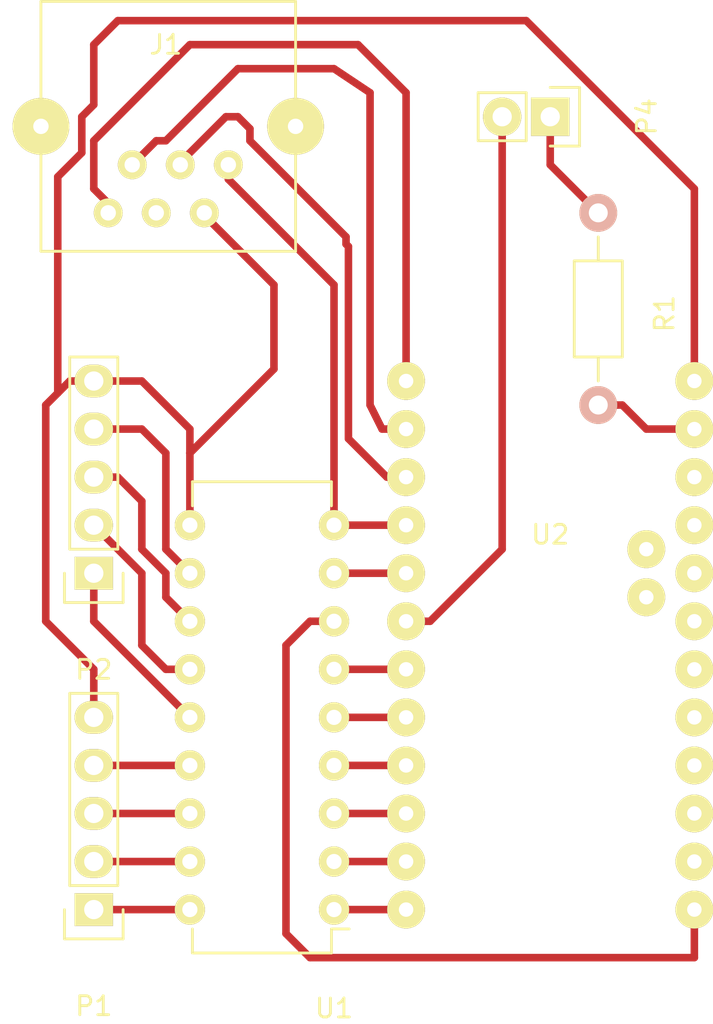
<source format=kicad_pcb>
(kicad_pcb (version 4) (host pcbnew 4.0.2+dfsg1-stable)

  (general
    (links 28)
    (no_connects 0)
    (area 143.481667 78.718999 181.54 133.195)
    (thickness 1.6)
    (drawings 0)
    (tracks 94)
    (zones 0)
    (modules 7)
    (nets 39)
  )

  (page A4)
  (layers
    (0 F.Cu signal)
    (31 B.Cu signal)
    (32 B.Adhes user)
    (33 F.Adhes user)
    (34 B.Paste user)
    (35 F.Paste user)
    (36 B.SilkS user)
    (37 F.SilkS user)
    (38 B.Mask user)
    (39 F.Mask user)
    (40 Dwgs.User user)
    (41 Cmts.User user)
    (42 Eco1.User user)
    (43 Eco2.User user)
    (44 Edge.Cuts user)
    (45 Margin user)
    (46 B.CrtYd user)
    (47 F.CrtYd user)
    (48 B.Fab user)
    (49 F.Fab user)
  )

  (setup
    (last_trace_width 0.4)
    (trace_clearance 0.2)
    (zone_clearance 0.508)
    (zone_45_only no)
    (trace_min 0.2)
    (segment_width 0.2)
    (edge_width 0.15)
    (via_size 0.6)
    (via_drill 0.4)
    (via_min_size 0.4)
    (via_min_drill 0.3)
    (uvia_size 0.3)
    (uvia_drill 0.1)
    (uvias_allowed no)
    (uvia_min_size 0.2)
    (uvia_min_drill 0.1)
    (pcb_text_width 0.3)
    (pcb_text_size 1.5 1.5)
    (mod_edge_width 0.15)
    (mod_text_size 1 1)
    (mod_text_width 0.15)
    (pad_size 1.524 1.524)
    (pad_drill 0.762)
    (pad_to_mask_clearance 0.2)
    (aux_axis_origin 0 0)
    (visible_elements FFFFFF7F)
    (pcbplotparams
      (layerselection 0x00000_00000001)
      (usegerberextensions false)
      (excludeedgelayer true)
      (linewidth 0.100000)
      (plotframeref false)
      (viasonmask false)
      (mode 1)
      (useauxorigin false)
      (hpglpennumber 1)
      (hpglpenspeed 20)
      (hpglpendiameter 15)
      (hpglpenoverlay 2)
      (psnegative false)
      (psa4output false)
      (plotreference true)
      (plotvalue true)
      (plotinvisibletext false)
      (padsonsilk false)
      (subtractmaskfromsilk false)
      (outputformat 1)
      (mirror false)
      (drillshape 0)
      (scaleselection 1)
      (outputdirectory ""))
  )

  (net 0 "")
  (net 1 "Net-(J1-Pad4)")
  (net 2 "Net-(J1-Pad2)")
  (net 3 "Net-(J1-Pad6)")
  (net 4 "Net-(J1-Pad1)")
  (net 5 "Net-(J1-Pad3)")
  (net 6 "Net-(J1-Pad5)")
  (net 7 "Net-(J1-Pad8)")
  (net 8 "Net-(J1-Pad7)")
  (net 9 "Net-(P1-Pad1)")
  (net 10 "Net-(P1-Pad2)")
  (net 11 "Net-(P1-Pad3)")
  (net 12 "Net-(P1-Pad4)")
  (net 13 "Net-(P2-Pad1)")
  (net 14 "Net-(P2-Pad2)")
  (net 15 "Net-(P2-Pad3)")
  (net 16 "Net-(P2-Pad4)")
  (net 17 "Net-(P4-Pad1)")
  (net 18 "Net-(P4-Pad2)")
  (net 19 "Net-(R1-Pad2)")
  (net 20 "Net-(U1-Pad1)")
  (net 21 "Net-(U1-Pad2)")
  (net 22 "Net-(U1-Pad3)")
  (net 23 "Net-(U1-Pad4)")
  (net 24 "Net-(U1-Pad5)")
  (net 25 "Net-(U1-Pad6)")
  (net 26 "Net-(U1-Pad7)")
  (net 27 "Net-(U1-Pad8)")
  (net 28 "Net-(U2-Pad9)")
  (net 29 "Net-(U2-Pad10)")
  (net 30 "Net-(U2-Pad11)")
  (net 31 "Net-(U2-Pad15)")
  (net 32 "Net-(U2-Pad16)")
  (net 33 "Net-(U2-Pad17)")
  (net 34 "Net-(U2-Pad22)")
  (net 35 "Net-(U2-Pad23)")
  (net 36 "Net-(U2-Pad12)")
  (net 37 "Net-(U2-Pad13)")
  (net 38 "Net-(U2-Pad14)")

  (net_class Default "This is the default net class."
    (clearance 0.2)
    (trace_width 0.4)
    (via_dia 0.6)
    (via_drill 0.4)
    (uvia_dia 0.3)
    (uvia_drill 0.1)
    (add_net "Net-(J1-Pad1)")
    (add_net "Net-(J1-Pad2)")
    (add_net "Net-(J1-Pad3)")
    (add_net "Net-(J1-Pad4)")
    (add_net "Net-(J1-Pad5)")
    (add_net "Net-(J1-Pad6)")
    (add_net "Net-(J1-Pad7)")
    (add_net "Net-(J1-Pad8)")
    (add_net "Net-(P1-Pad1)")
    (add_net "Net-(P1-Pad2)")
    (add_net "Net-(P1-Pad3)")
    (add_net "Net-(P1-Pad4)")
    (add_net "Net-(P2-Pad1)")
    (add_net "Net-(P2-Pad2)")
    (add_net "Net-(P2-Pad3)")
    (add_net "Net-(P2-Pad4)")
    (add_net "Net-(P4-Pad1)")
    (add_net "Net-(P4-Pad2)")
    (add_net "Net-(R1-Pad2)")
    (add_net "Net-(U1-Pad1)")
    (add_net "Net-(U1-Pad2)")
    (add_net "Net-(U1-Pad3)")
    (add_net "Net-(U1-Pad4)")
    (add_net "Net-(U1-Pad5)")
    (add_net "Net-(U1-Pad6)")
    (add_net "Net-(U1-Pad7)")
    (add_net "Net-(U1-Pad8)")
    (add_net "Net-(U2-Pad10)")
    (add_net "Net-(U2-Pad11)")
    (add_net "Net-(U2-Pad12)")
    (add_net "Net-(U2-Pad13)")
    (add_net "Net-(U2-Pad14)")
    (add_net "Net-(U2-Pad15)")
    (add_net "Net-(U2-Pad16)")
    (add_net "Net-(U2-Pad17)")
    (add_net "Net-(U2-Pad22)")
    (add_net "Net-(U2-Pad23)")
    (add_net "Net-(U2-Pad9)")
  )

  (module bugs:arduino_mini_pro (layer F.Cu) (tedit 57485302) (tstamp 57485449)
    (at 172.72 106.68)
    (path /57485E1C)
    (fp_text reference U2 (at 0 0.5) (layer F.SilkS)
      (effects (font (size 1 1) (thickness 0.15)))
    )
    (fp_text value Arduino_Mini (at 0 -0.5) (layer F.Fab)
      (effects (font (size 1 1) (thickness 0.15)))
    )
    (pad 7 thru_hole circle (at 7.62 -7.62) (size 2 2) (drill 0.762) (layers *.Cu *.Mask F.SilkS)
      (net 6 "Net-(J1-Pad5)"))
    (pad 8 thru_hole circle (at 7.62 -5.08) (size 2 2) (drill 0.762) (layers *.Cu *.Mask F.SilkS)
      (net 19 "Net-(R1-Pad2)"))
    (pad 9 thru_hole circle (at 7.62 -2.54) (size 2 2) (drill 0.762) (layers *.Cu *.Mask F.SilkS)
      (net 28 "Net-(U2-Pad9)"))
    (pad 10 thru_hole circle (at 7.62 0) (size 2 2) (drill 0.762) (layers *.Cu *.Mask F.SilkS)
      (net 29 "Net-(U2-Pad10)"))
    (pad 11 thru_hole circle (at 7.62 2.54) (size 2 2) (drill 0.762) (layers *.Cu *.Mask F.SilkS)
      (net 30 "Net-(U2-Pad11)"))
    (pad 15 thru_hole circle (at 7.62 12.7) (size 2 2) (drill 0.762) (layers *.Cu *.Mask F.SilkS)
      (net 31 "Net-(U2-Pad15)"))
    (pad 16 thru_hole circle (at 7.62 15.24) (size 2 2) (drill 0.762) (layers *.Cu *.Mask F.SilkS)
      (net 32 "Net-(U2-Pad16)"))
    (pad 17 thru_hole circle (at 7.62 17.78) (size 2 2) (drill 0.762) (layers *.Cu *.Mask F.SilkS)
      (net 33 "Net-(U2-Pad17)"))
    (pad 18 thru_hole circle (at 7.62 20.32) (size 2 2) (drill 0.762) (layers *.Cu *.Mask F.SilkS)
      (net 26 "Net-(U1-Pad7)"))
    (pad 22 thru_hole circle (at 5.08 1.27) (size 2 2) (drill 0.762) (layers *.Cu *.Mask F.SilkS)
      (net 34 "Net-(U2-Pad22)"))
    (pad 23 thru_hole circle (at 5.08 3.81) (size 2 2) (drill 0.762) (layers *.Cu *.Mask F.SilkS)
      (net 35 "Net-(U2-Pad23)"))
    (pad 27 thru_hole circle (at -7.62 12.7) (size 2 2) (drill 0.762) (layers *.Cu *.Mask F.SilkS)
      (net 23 "Net-(U1-Pad4)"))
    (pad 28 thru_hole circle (at -7.62 10.16) (size 2 2) (drill 0.762) (layers *.Cu *.Mask F.SilkS)
      (net 24 "Net-(U1-Pad5)"))
    (pad 29 thru_hole circle (at -7.62 7.62) (size 2 2) (drill 0.762) (layers *.Cu *.Mask F.SilkS)
      (net 25 "Net-(U1-Pad6)"))
    (pad 30 thru_hole circle (at -7.62 5.08) (size 2 2) (drill 0.762) (layers *.Cu *.Mask F.SilkS)
      (net 18 "Net-(P4-Pad2)"))
    (pad 31 thru_hole circle (at -7.62 2.54) (size 2 2) (drill 0.762) (layers *.Cu *.Mask F.SilkS)
      (net 27 "Net-(U1-Pad8)"))
    (pad 32 thru_hole circle (at -7.62 0) (size 2 2) (drill 0.762) (layers *.Cu *.Mask F.SilkS)
      (net 3 "Net-(J1-Pad6)"))
    (pad 33 thru_hole circle (at -7.62 -2.54) (size 2 2) (drill 0.762) (layers *.Cu *.Mask F.SilkS)
      (net 1 "Net-(J1-Pad4)"))
    (pad 34 thru_hole circle (at -7.62 -5.08) (size 2 2) (drill 0.762) (layers *.Cu *.Mask F.SilkS)
      (net 2 "Net-(J1-Pad2)"))
    (pad 35 thru_hole circle (at -7.62 -7.62) (size 2 2) (drill 0.762) (layers *.Cu *.Mask F.SilkS)
      (net 4 "Net-(J1-Pad1)"))
    (pad 26 thru_hole circle (at -7.62 15.24) (size 2 2) (drill 0.762) (layers *.Cu *.Mask F.SilkS)
      (net 22 "Net-(U1-Pad3)"))
    (pad 25 thru_hole circle (at -7.62 17.78) (size 2 2) (drill 0.762) (layers *.Cu *.Mask F.SilkS)
      (net 21 "Net-(U1-Pad2)"))
    (pad 24 thru_hole circle (at -7.62 20.32) (size 2 2) (drill 0.762) (layers *.Cu *.Mask F.SilkS)
      (net 20 "Net-(U1-Pad1)"))
    (pad 12 thru_hole circle (at 7.62 5.08) (size 2 2) (drill 0.762) (layers *.Cu *.Mask F.SilkS)
      (net 36 "Net-(U2-Pad12)"))
    (pad 13 thru_hole circle (at 7.62 7.62) (size 2 2) (drill 0.762) (layers *.Cu *.Mask F.SilkS)
      (net 37 "Net-(U2-Pad13)"))
    (pad 14 thru_hole circle (at 7.62 10.16) (size 2 2) (drill 0.762) (layers *.Cu *.Mask F.SilkS)
      (net 38 "Net-(U2-Pad14)"))
  )

  (module Pin_Headers:Pin_Header_Straight_1x05 (layer F.Cu) (tedit 54EA0684) (tstamp 574850EF)
    (at 148.59 127 180)
    (descr "Through hole pin header")
    (tags "pin header")
    (path /57485E1F)
    (fp_text reference P1 (at 0 -5.1 180) (layer F.SilkS)
      (effects (font (size 1 1) (thickness 0.15)))
    )
    (fp_text value CONN_01X05 (at 0 -3.1 180) (layer F.Fab)
      (effects (font (size 1 1) (thickness 0.15)))
    )
    (fp_line (start -1.55 0) (end -1.55 -1.55) (layer F.SilkS) (width 0.15))
    (fp_line (start -1.55 -1.55) (end 1.55 -1.55) (layer F.SilkS) (width 0.15))
    (fp_line (start 1.55 -1.55) (end 1.55 0) (layer F.SilkS) (width 0.15))
    (fp_line (start -1.75 -1.75) (end -1.75 11.95) (layer F.CrtYd) (width 0.05))
    (fp_line (start 1.75 -1.75) (end 1.75 11.95) (layer F.CrtYd) (width 0.05))
    (fp_line (start -1.75 -1.75) (end 1.75 -1.75) (layer F.CrtYd) (width 0.05))
    (fp_line (start -1.75 11.95) (end 1.75 11.95) (layer F.CrtYd) (width 0.05))
    (fp_line (start 1.27 1.27) (end 1.27 11.43) (layer F.SilkS) (width 0.15))
    (fp_line (start 1.27 11.43) (end -1.27 11.43) (layer F.SilkS) (width 0.15))
    (fp_line (start -1.27 11.43) (end -1.27 1.27) (layer F.SilkS) (width 0.15))
    (fp_line (start 1.27 1.27) (end -1.27 1.27) (layer F.SilkS) (width 0.15))
    (pad 1 thru_hole rect (at 0 0 180) (size 2.032 1.7272) (drill 1.016) (layers *.Cu *.Mask F.SilkS)
      (net 9 "Net-(P1-Pad1)"))
    (pad 2 thru_hole oval (at 0 2.54 180) (size 2.032 1.7272) (drill 1.016) (layers *.Cu *.Mask F.SilkS)
      (net 10 "Net-(P1-Pad2)"))
    (pad 3 thru_hole oval (at 0 5.08 180) (size 2.032 1.7272) (drill 1.016) (layers *.Cu *.Mask F.SilkS)
      (net 11 "Net-(P1-Pad3)"))
    (pad 4 thru_hole oval (at 0 7.62 180) (size 2.032 1.7272) (drill 1.016) (layers *.Cu *.Mask F.SilkS)
      (net 12 "Net-(P1-Pad4)"))
    (pad 5 thru_hole oval (at 0 10.16 180) (size 2.032 1.7272) (drill 1.016) (layers *.Cu *.Mask F.SilkS)
      (net 6 "Net-(J1-Pad5)"))
    (model Pin_Headers.3dshapes/Pin_Header_Straight_1x05.wrl
      (at (xyz 0 -0.2 0))
      (scale (xyz 1 1 1))
      (rotate (xyz 0 0 90))
    )
  )

  (module Pin_Headers:Pin_Header_Straight_1x05 (layer F.Cu) (tedit 54EA0684) (tstamp 574850F8)
    (at 148.59 109.22 180)
    (descr "Through hole pin header")
    (tags "pin header")
    (path /57485E1E)
    (fp_text reference P2 (at 0 -5.1 180) (layer F.SilkS)
      (effects (font (size 1 1) (thickness 0.15)))
    )
    (fp_text value CONN_01X05 (at 0 -3.1 180) (layer F.Fab)
      (effects (font (size 1 1) (thickness 0.15)))
    )
    (fp_line (start -1.55 0) (end -1.55 -1.55) (layer F.SilkS) (width 0.15))
    (fp_line (start -1.55 -1.55) (end 1.55 -1.55) (layer F.SilkS) (width 0.15))
    (fp_line (start 1.55 -1.55) (end 1.55 0) (layer F.SilkS) (width 0.15))
    (fp_line (start -1.75 -1.75) (end -1.75 11.95) (layer F.CrtYd) (width 0.05))
    (fp_line (start 1.75 -1.75) (end 1.75 11.95) (layer F.CrtYd) (width 0.05))
    (fp_line (start -1.75 -1.75) (end 1.75 -1.75) (layer F.CrtYd) (width 0.05))
    (fp_line (start -1.75 11.95) (end 1.75 11.95) (layer F.CrtYd) (width 0.05))
    (fp_line (start 1.27 1.27) (end 1.27 11.43) (layer F.SilkS) (width 0.15))
    (fp_line (start 1.27 11.43) (end -1.27 11.43) (layer F.SilkS) (width 0.15))
    (fp_line (start -1.27 11.43) (end -1.27 1.27) (layer F.SilkS) (width 0.15))
    (fp_line (start 1.27 1.27) (end -1.27 1.27) (layer F.SilkS) (width 0.15))
    (pad 1 thru_hole rect (at 0 0 180) (size 2.032 1.7272) (drill 1.016) (layers *.Cu *.Mask F.SilkS)
      (net 13 "Net-(P2-Pad1)"))
    (pad 2 thru_hole oval (at 0 2.54 180) (size 2.032 1.7272) (drill 1.016) (layers *.Cu *.Mask F.SilkS)
      (net 14 "Net-(P2-Pad2)"))
    (pad 3 thru_hole oval (at 0 5.08 180) (size 2.032 1.7272) (drill 1.016) (layers *.Cu *.Mask F.SilkS)
      (net 15 "Net-(P2-Pad3)"))
    (pad 4 thru_hole oval (at 0 7.62 180) (size 2.032 1.7272) (drill 1.016) (layers *.Cu *.Mask F.SilkS)
      (net 16 "Net-(P2-Pad4)"))
    (pad 5 thru_hole oval (at 0 10.16 180) (size 2.032 1.7272) (drill 1.016) (layers *.Cu *.Mask F.SilkS)
      (net 6 "Net-(J1-Pad5)"))
    (model Pin_Headers.3dshapes/Pin_Header_Straight_1x05.wrl
      (at (xyz 0 -0.2 0))
      (scale (xyz 1 1 1))
      (rotate (xyz 0 0 90))
    )
  )

  (module Pin_Headers:Pin_Header_Straight_1x02 (layer F.Cu) (tedit 54EA090C) (tstamp 57485103)
    (at 172.72 85.09 270)
    (descr "Through hole pin header")
    (tags "pin header")
    (path /57486107)
    (fp_text reference P4 (at 0 -5.1 270) (layer F.SilkS)
      (effects (font (size 1 1) (thickness 0.15)))
    )
    (fp_text value IRT (at 0 -3.1 270) (layer F.Fab)
      (effects (font (size 1 1) (thickness 0.15)))
    )
    (fp_line (start 1.27 1.27) (end 1.27 3.81) (layer F.SilkS) (width 0.15))
    (fp_line (start 1.55 -1.55) (end 1.55 0) (layer F.SilkS) (width 0.15))
    (fp_line (start -1.75 -1.75) (end -1.75 4.3) (layer F.CrtYd) (width 0.05))
    (fp_line (start 1.75 -1.75) (end 1.75 4.3) (layer F.CrtYd) (width 0.05))
    (fp_line (start -1.75 -1.75) (end 1.75 -1.75) (layer F.CrtYd) (width 0.05))
    (fp_line (start -1.75 4.3) (end 1.75 4.3) (layer F.CrtYd) (width 0.05))
    (fp_line (start 1.27 1.27) (end -1.27 1.27) (layer F.SilkS) (width 0.15))
    (fp_line (start -1.55 0) (end -1.55 -1.55) (layer F.SilkS) (width 0.15))
    (fp_line (start -1.55 -1.55) (end 1.55 -1.55) (layer F.SilkS) (width 0.15))
    (fp_line (start -1.27 1.27) (end -1.27 3.81) (layer F.SilkS) (width 0.15))
    (fp_line (start -1.27 3.81) (end 1.27 3.81) (layer F.SilkS) (width 0.15))
    (pad 1 thru_hole rect (at 0 0 270) (size 2.032 2.032) (drill 1.016) (layers *.Cu *.Mask F.SilkS)
      (net 17 "Net-(P4-Pad1)"))
    (pad 2 thru_hole oval (at 0 2.54 270) (size 2.032 2.032) (drill 1.016) (layers *.Cu *.Mask F.SilkS)
      (net 18 "Net-(P4-Pad2)"))
    (model Pin_Headers.3dshapes/Pin_Header_Straight_1x02.wrl
      (at (xyz 0 -0.05 0))
      (scale (xyz 1 1 1))
      (rotate (xyz 0 0 90))
    )
  )

  (module Resistors_ThroughHole:Resistor_Horizontal_RM10mm (layer F.Cu) (tedit 56648415) (tstamp 57485109)
    (at 175.26 90.17 270)
    (descr "Resistor, Axial,  RM 10mm, 1/3W")
    (tags "Resistor Axial RM 10mm 1/3W")
    (path /574861B6)
    (fp_text reference R1 (at 5.32892 -3.50012 270) (layer F.SilkS)
      (effects (font (size 1 1) (thickness 0.15)))
    )
    (fp_text value R (at 5.08 3.81 270) (layer F.Fab)
      (effects (font (size 1 1) (thickness 0.15)))
    )
    (fp_line (start -1.25 -1.5) (end 11.4 -1.5) (layer F.CrtYd) (width 0.05))
    (fp_line (start -1.25 1.5) (end -1.25 -1.5) (layer F.CrtYd) (width 0.05))
    (fp_line (start 11.4 -1.5) (end 11.4 1.5) (layer F.CrtYd) (width 0.05))
    (fp_line (start -1.25 1.5) (end 11.4 1.5) (layer F.CrtYd) (width 0.05))
    (fp_line (start 2.54 -1.27) (end 7.62 -1.27) (layer F.SilkS) (width 0.15))
    (fp_line (start 7.62 -1.27) (end 7.62 1.27) (layer F.SilkS) (width 0.15))
    (fp_line (start 7.62 1.27) (end 2.54 1.27) (layer F.SilkS) (width 0.15))
    (fp_line (start 2.54 1.27) (end 2.54 -1.27) (layer F.SilkS) (width 0.15))
    (fp_line (start 2.54 0) (end 1.27 0) (layer F.SilkS) (width 0.15))
    (fp_line (start 7.62 0) (end 8.89 0) (layer F.SilkS) (width 0.15))
    (pad 1 thru_hole circle (at 0 0 270) (size 1.99898 1.99898) (drill 1.00076) (layers *.Cu *.SilkS *.Mask)
      (net 17 "Net-(P4-Pad1)"))
    (pad 2 thru_hole circle (at 10.16 0 270) (size 1.99898 1.99898) (drill 1.00076) (layers *.Cu *.SilkS *.Mask)
      (net 19 "Net-(R1-Pad2)"))
    (model Resistors_ThroughHole.3dshapes/Resistor_Horizontal_RM10mm.wrl
      (at (xyz 0 0 0))
      (scale (xyz 0.4 0.4 0.4))
      (rotate (xyz 0 0 0))
    )
  )

  (module Housings_DIP:DIP-18_W7.62mm (layer F.Cu) (tedit 54130A77) (tstamp 5748511F)
    (at 161.29 127 180)
    (descr "18-lead dip package, row spacing 7.62 mm (300 mils)")
    (tags "dil dip 2.54 300")
    (path /57485E1A)
    (fp_text reference U1 (at 0 -5.22 180) (layer F.SilkS)
      (effects (font (size 1 1) (thickness 0.15)))
    )
    (fp_text value uln2803A (at 0 -3.72 180) (layer F.Fab)
      (effects (font (size 1 1) (thickness 0.15)))
    )
    (fp_line (start -1.05 -2.45) (end -1.05 22.8) (layer F.CrtYd) (width 0.05))
    (fp_line (start 8.65 -2.45) (end 8.65 22.8) (layer F.CrtYd) (width 0.05))
    (fp_line (start -1.05 -2.45) (end 8.65 -2.45) (layer F.CrtYd) (width 0.05))
    (fp_line (start -1.05 22.8) (end 8.65 22.8) (layer F.CrtYd) (width 0.05))
    (fp_line (start 0.135 -2.295) (end 0.135 -1.025) (layer F.SilkS) (width 0.15))
    (fp_line (start 7.485 -2.295) (end 7.485 -1.025) (layer F.SilkS) (width 0.15))
    (fp_line (start 7.485 22.615) (end 7.485 21.345) (layer F.SilkS) (width 0.15))
    (fp_line (start 0.135 22.615) (end 0.135 21.345) (layer F.SilkS) (width 0.15))
    (fp_line (start 0.135 -2.295) (end 7.485 -2.295) (layer F.SilkS) (width 0.15))
    (fp_line (start 0.135 22.615) (end 7.485 22.615) (layer F.SilkS) (width 0.15))
    (fp_line (start 0.135 -1.025) (end -0.8 -1.025) (layer F.SilkS) (width 0.15))
    (pad 1 thru_hole oval (at 0 0 180) (size 1.6 1.6) (drill 0.8) (layers *.Cu *.Mask F.SilkS)
      (net 20 "Net-(U1-Pad1)"))
    (pad 2 thru_hole oval (at 0 2.54 180) (size 1.6 1.6) (drill 0.8) (layers *.Cu *.Mask F.SilkS)
      (net 21 "Net-(U1-Pad2)"))
    (pad 3 thru_hole oval (at 0 5.08 180) (size 1.6 1.6) (drill 0.8) (layers *.Cu *.Mask F.SilkS)
      (net 22 "Net-(U1-Pad3)"))
    (pad 4 thru_hole oval (at 0 7.62 180) (size 1.6 1.6) (drill 0.8) (layers *.Cu *.Mask F.SilkS)
      (net 23 "Net-(U1-Pad4)"))
    (pad 5 thru_hole oval (at 0 10.16 180) (size 1.6 1.6) (drill 0.8) (layers *.Cu *.Mask F.SilkS)
      (net 24 "Net-(U1-Pad5)"))
    (pad 6 thru_hole oval (at 0 12.7 180) (size 1.6 1.6) (drill 0.8) (layers *.Cu *.Mask F.SilkS)
      (net 25 "Net-(U1-Pad6)"))
    (pad 7 thru_hole oval (at 0 15.24 180) (size 1.6 1.6) (drill 0.8) (layers *.Cu *.Mask F.SilkS)
      (net 26 "Net-(U1-Pad7)"))
    (pad 8 thru_hole oval (at 0 17.78 180) (size 1.6 1.6) (drill 0.8) (layers *.Cu *.Mask F.SilkS)
      (net 27 "Net-(U1-Pad8)"))
    (pad 9 thru_hole oval (at 0 20.32 180) (size 1.6 1.6) (drill 0.8) (layers *.Cu *.Mask F.SilkS)
      (net 3 "Net-(J1-Pad6)"))
    (pad 10 thru_hole oval (at 7.62 20.32 180) (size 1.6 1.6) (drill 0.8) (layers *.Cu *.Mask F.SilkS)
      (net 6 "Net-(J1-Pad5)"))
    (pad 11 thru_hole oval (at 7.62 17.78 180) (size 1.6 1.6) (drill 0.8) (layers *.Cu *.Mask F.SilkS)
      (net 16 "Net-(P2-Pad4)"))
    (pad 12 thru_hole oval (at 7.62 15.24 180) (size 1.6 1.6) (drill 0.8) (layers *.Cu *.Mask F.SilkS)
      (net 15 "Net-(P2-Pad3)"))
    (pad 13 thru_hole oval (at 7.62 12.7 180) (size 1.6 1.6) (drill 0.8) (layers *.Cu *.Mask F.SilkS)
      (net 14 "Net-(P2-Pad2)"))
    (pad 14 thru_hole oval (at 7.62 10.16 180) (size 1.6 1.6) (drill 0.8) (layers *.Cu *.Mask F.SilkS)
      (net 13 "Net-(P2-Pad1)"))
    (pad 15 thru_hole oval (at 7.62 7.62 180) (size 1.6 1.6) (drill 0.8) (layers *.Cu *.Mask F.SilkS)
      (net 12 "Net-(P1-Pad4)"))
    (pad 16 thru_hole oval (at 7.62 5.08 180) (size 1.6 1.6) (drill 0.8) (layers *.Cu *.Mask F.SilkS)
      (net 11 "Net-(P1-Pad3)"))
    (pad 17 thru_hole oval (at 7.62 2.54 180) (size 1.6 1.6) (drill 0.8) (layers *.Cu *.Mask F.SilkS)
      (net 10 "Net-(P1-Pad2)"))
    (pad 18 thru_hole oval (at 7.62 0 180) (size 1.6 1.6) (drill 0.8) (layers *.Cu *.Mask F.SilkS)
      (net 9 "Net-(P1-Pad1)"))
    (model Housings_DIP.3dshapes/DIP-18_W7.62mm.wrl
      (at (xyz 0 0 0))
      (scale (xyz 1 1 1))
      (rotate (xyz 0 0 0))
    )
  )

  (module bugs:RJ12_Client (layer F.Cu) (tedit 57502E4F) (tstamp 57505C45)
    (at 152.4 81.28 180)
    (path /57485E20)
    (fp_text reference J1 (at 0 0 180) (layer F.SilkS)
      (effects (font (size 1 1) (thickness 0.15)))
    )
    (fp_text value RJ12 (at 0 -2.54 180) (layer F.Fab)
      (effects (font (size 1 1) (thickness 0.15)))
    )
    (fp_line (start -6.858 -10.922) (end -6.858 2.286) (layer F.SilkS) (width 0.15))
    (fp_line (start 6.604 -10.922) (end 6.604 2.286) (layer F.SilkS) (width 0.15))
    (fp_line (start -6.858 2.286) (end 6.604 2.286) (layer F.SilkS) (width 0.15))
    (fp_line (start 5.842 -10.922) (end 6.604 -10.922) (layer F.SilkS) (width 0.15))
    (fp_line (start -6.858 -10.922) (end 5.842 -10.922) (layer F.SilkS) (width 0.15))
    (pad 3 thru_hole circle (at 0.508 -8.89 180) (size 1.524 1.524) (drill 0.8128) (layers *.Cu *.Mask F.SilkS)
      (net 5 "Net-(J1-Pad3)"))
    (pad 5 thru_hole circle (at -2.032 -8.89 180) (size 1.524 1.524) (drill 0.8128) (layers *.Cu *.Mask F.SilkS)
      (net 6 "Net-(J1-Pad5)"))
    (pad 1 thru_hole circle (at 3.048 -8.89 180) (size 1.524 1.524) (drill 0.8128) (layers *.Cu *.Mask F.SilkS)
      (net 4 "Net-(J1-Pad1)"))
    (pad 6 thru_hole circle (at -3.302 -6.35 180) (size 1.524 1.524) (drill 0.8128) (layers *.Cu *.Mask F.SilkS)
      (net 3 "Net-(J1-Pad6)"))
    (pad 4 thru_hole circle (at -0.762 -6.35 180) (size 1.524 1.524) (drill 0.8128) (layers *.Cu *.Mask F.SilkS)
      (net 1 "Net-(J1-Pad4)"))
    (pad 2 thru_hole circle (at 1.778 -6.35 180) (size 1.524 1.524) (drill 0.8128) (layers *.Cu *.Mask F.SilkS)
      (net 2 "Net-(J1-Pad2)"))
    (pad 8 thru_hole circle (at 6.604 -4.318 180) (size 2.99974 2.99974) (drill 0.8128) (layers *.Cu *.Mask F.SilkS)
      (net 7 "Net-(J1-Pad8)"))
    (pad 7 thru_hole circle (at -6.858 -4.318 180) (size 2.99974 2.99974) (drill 0.8128) (layers *.Cu *.Mask F.SilkS)
      (net 8 "Net-(J1-Pad7)"))
  )

  (segment (start 161.925 91.44) (end 161.925 91.821) (width 0.4) (layer F.Cu) (net 1))
  (segment (start 156.845 86.36) (end 161.925 91.44) (width 0.4) (layer F.Cu) (net 1) (tstamp 5751470A))
  (segment (start 156.845 85.725) (end 156.845 86.36) (width 0.4) (layer F.Cu) (net 1) (tstamp 57514708))
  (segment (start 156.21 85.09) (end 156.845 85.725) (width 0.4) (layer F.Cu) (net 1) (tstamp 57514707))
  (segment (start 155.575 85.09) (end 156.21 85.09) (width 0.4) (layer F.Cu) (net 1) (tstamp 57514706))
  (segment (start 153.162 87.503) (end 155.575 85.09) (width 0.4) (layer F.Cu) (net 1) (tstamp 57514704))
  (segment (start 164.084 104.14) (end 165.1 104.14) (width 0.4) (layer F.Cu) (net 1) (tstamp 5751471D))
  (segment (start 162.052 102.108) (end 164.084 104.14) (width 0.4) (layer F.Cu) (net 1) (tstamp 5751471C))
  (segment (start 162.052 91.948) (end 162.052 102.108) (width 0.4) (layer F.Cu) (net 1) (tstamp 57514719))
  (segment (start 161.925 91.821) (end 162.052 91.948) (width 0.4) (layer F.Cu) (net 1) (tstamp 57514716))
  (segment (start 153.162 87.63) (end 153.162 87.503) (width 0.4) (layer F.Cu) (net 1))
  (segment (start 165.1 101.6) (end 163.83 101.6) (width 0.4) (layer F.Cu) (net 2))
  (segment (start 151.892 86.36) (end 150.622 87.63) (width 0.4) (layer F.Cu) (net 2) (tstamp 57505DE9))
  (segment (start 152.4 86.36) (end 151.892 86.36) (width 0.4) (layer F.Cu) (net 2) (tstamp 57505DE8))
  (segment (start 156.21 82.55) (end 152.4 86.36) (width 0.4) (layer F.Cu) (net 2) (tstamp 57505DE6))
  (segment (start 161.29 82.55) (end 156.21 82.55) (width 0.4) (layer F.Cu) (net 2) (tstamp 57505DE5))
  (segment (start 163.195 83.82) (end 161.29 82.55) (width 0.4) (layer F.Cu) (net 2) (tstamp 57505DE4))
  (segment (start 163.195 100.33) (end 163.195 83.82) (width 0.4) (layer F.Cu) (net 2) (tstamp 57505DE3))
  (segment (start 163.83 101.6) (end 163.195 100.33) (width 0.4) (layer F.Cu) (net 2) (tstamp 57505DE2))
  (segment (start 155.702 87.63) (end 155.702 88.392) (width 0.4) (layer F.Cu) (net 3))
  (segment (start 155.702 88.392) (end 161.29 93.98) (width 0.4) (layer F.Cu) (net 3) (tstamp 57505DC6))
  (segment (start 161.29 93.98) (end 161.29 106.68) (width 0.4) (layer F.Cu) (net 3) (tstamp 57505DC7))
  (segment (start 165.1 106.68) (end 161.29 106.68) (width 0.4) (layer F.Cu) (net 3))
  (segment (start 149.352 90.17) (end 149.352 89.662) (width 0.4) (layer F.Cu) (net 4))
  (segment (start 149.352 89.662) (end 148.59 88.9) (width 0.4) (layer F.Cu) (net 4) (tstamp 57505DEC))
  (segment (start 165.1 83.82) (end 165.1 99.06) (width 0.4) (layer F.Cu) (net 4) (tstamp 57505DF3))
  (segment (start 162.56 81.28) (end 165.1 83.82) (width 0.4) (layer F.Cu) (net 4) (tstamp 57505DF2))
  (segment (start 153.67 81.28) (end 162.56 81.28) (width 0.4) (layer F.Cu) (net 4) (tstamp 57505DF0))
  (segment (start 148.59 86.36) (end 153.67 81.28) (width 0.4) (layer F.Cu) (net 4) (tstamp 57505DEE))
  (segment (start 148.59 88.9) (end 148.59 86.36) (width 0.4) (layer F.Cu) (net 4) (tstamp 57505DED))
  (segment (start 154.432 90.17) (end 154.432 90.297) (width 0.4) (layer F.Cu) (net 6))
  (segment (start 154.432 90.297) (end 158.115 93.98) (width 0.4) (layer F.Cu) (net 6) (tstamp 57505EE1))
  (segment (start 158.115 93.98) (end 158.115 98.425) (width 0.4) (layer F.Cu) (net 6) (tstamp 57505EE2))
  (segment (start 158.115 98.425) (end 153.67 102.87) (width 0.4) (layer F.Cu) (net 6) (tstamp 57505EE4))
  (segment (start 180.34 99.06) (end 180.34 88.9) (width 0.4) (layer F.Cu) (net 6))
  (segment (start 146.685 88.265) (end 146.685 99.695) (width 0.4) (layer F.Cu) (net 6) (tstamp 57505E9F))
  (segment (start 147.955 86.995) (end 146.685 88.265) (width 0.4) (layer F.Cu) (net 6) (tstamp 57505E9E))
  (segment (start 147.955 85.09) (end 147.955 86.995) (width 0.4) (layer F.Cu) (net 6) (tstamp 57505E9D))
  (segment (start 148.59 84.455) (end 147.955 85.09) (width 0.4) (layer F.Cu) (net 6) (tstamp 57505E9C))
  (segment (start 148.59 81.28) (end 148.59 84.455) (width 0.4) (layer F.Cu) (net 6) (tstamp 57505E9B))
  (segment (start 149.86 80.01) (end 148.59 81.28) (width 0.4) (layer F.Cu) (net 6) (tstamp 57505E9A))
  (segment (start 171.45 80.01) (end 149.86 80.01) (width 0.4) (layer F.Cu) (net 6) (tstamp 57505E98))
  (segment (start 180.34 88.9) (end 171.45 80.01) (width 0.4) (layer F.Cu) (net 6) (tstamp 57505E96))
  (segment (start 148.59 116.84) (end 148.59 114.3) (width 0.4) (layer F.Cu) (net 6))
  (segment (start 147.32 99.06) (end 148.59 99.06) (width 0.4) (layer F.Cu) (net 6) (tstamp 57505D93))
  (segment (start 146.05 100.33) (end 146.685 99.695) (width 0.4) (layer F.Cu) (net 6) (tstamp 57505D92))
  (segment (start 146.685 99.695) (end 147.32 99.06) (width 0.4) (layer F.Cu) (net 6) (tstamp 57505EA2))
  (segment (start 146.05 111.76) (end 146.05 100.33) (width 0.4) (layer F.Cu) (net 6) (tstamp 57505D91))
  (segment (start 148.59 114.3) (end 146.05 111.76) (width 0.4) (layer F.Cu) (net 6) (tstamp 57505D90))
  (segment (start 148.59 99.06) (end 151.13 99.06) (width 0.4) (layer F.Cu) (net 6))
  (segment (start 153.67 101.6) (end 153.67 102.87) (width 0.4) (layer F.Cu) (net 6) (tstamp 57505D4E))
  (segment (start 153.67 102.87) (end 153.67 106.68) (width 0.4) (layer F.Cu) (net 6) (tstamp 57505EE8))
  (segment (start 151.13 99.06) (end 153.67 101.6) (width 0.4) (layer F.Cu) (net 6) (tstamp 57505D4D))
  (segment (start 153.67 127) (end 148.59 127) (width 0.4) (layer F.Cu) (net 9))
  (segment (start 148.59 124.46) (end 153.67 124.46) (width 0.4) (layer F.Cu) (net 10))
  (segment (start 153.67 121.92) (end 148.59 121.92) (width 0.4) (layer F.Cu) (net 11))
  (segment (start 148.59 119.38) (end 153.67 119.38) (width 0.4) (layer F.Cu) (net 12))
  (segment (start 148.59 109.22) (end 148.59 111.76) (width 0.4) (layer F.Cu) (net 13))
  (segment (start 148.59 111.76) (end 153.67 116.84) (width 0.4) (layer F.Cu) (net 13) (tstamp 57505D62))
  (segment (start 148.59 106.68) (end 151.13 109.22) (width 0.4) (layer F.Cu) (net 14))
  (segment (start 152.4 114.3) (end 153.67 114.3) (width 0.4) (layer F.Cu) (net 14) (tstamp 57505D85))
  (segment (start 151.13 113.03) (end 152.4 114.3) (width 0.4) (layer F.Cu) (net 14) (tstamp 57505D84))
  (segment (start 151.13 109.22) (end 151.13 113.03) (width 0.4) (layer F.Cu) (net 14) (tstamp 57505D83))
  (segment (start 148.59 104.14) (end 149.86 104.14) (width 0.4) (layer F.Cu) (net 15))
  (segment (start 152.4 110.49) (end 153.67 111.76) (width 0.4) (layer F.Cu) (net 15) (tstamp 57505D8D))
  (segment (start 152.4 109.22) (end 152.4 110.49) (width 0.4) (layer F.Cu) (net 15) (tstamp 57505D8C))
  (segment (start 151.13 107.95) (end 152.4 109.22) (width 0.4) (layer F.Cu) (net 15) (tstamp 57505D8B))
  (segment (start 151.13 105.41) (end 151.13 107.95) (width 0.4) (layer F.Cu) (net 15) (tstamp 57505D8A))
  (segment (start 149.86 104.14) (end 151.13 105.41) (width 0.4) (layer F.Cu) (net 15) (tstamp 57505D89))
  (segment (start 153.67 109.22) (end 152.4 107.95) (width 0.4) (layer F.Cu) (net 16))
  (segment (start 151.13 101.6) (end 148.59 101.6) (width 0.4) (layer F.Cu) (net 16) (tstamp 57505D7E))
  (segment (start 152.4 102.87) (end 151.13 101.6) (width 0.4) (layer F.Cu) (net 16) (tstamp 57505D7D))
  (segment (start 152.4 107.95) (end 152.4 102.87) (width 0.4) (layer F.Cu) (net 16) (tstamp 57505D7C))
  (segment (start 172.72 85.09) (end 172.72 87.63) (width 0.4) (layer F.Cu) (net 17))
  (segment (start 172.72 87.63) (end 175.26 90.17) (width 0.4) (layer F.Cu) (net 17) (tstamp 57505EED))
  (segment (start 165.1 111.76) (end 166.37 111.76) (width 0.4) (layer F.Cu) (net 18))
  (segment (start 170.18 107.95) (end 170.18 85.09) (width 0.4) (layer F.Cu) (net 18) (tstamp 57505E92) (status 20))
  (segment (start 166.37 111.76) (end 170.18 107.95) (width 0.4) (layer F.Cu) (net 18) (tstamp 57505E91))
  (segment (start 175.26 100.33) (end 176.53 100.33) (width 0.4) (layer F.Cu) (net 19))
  (segment (start 177.8 101.6) (end 180.34 101.6) (width 0.4) (layer F.Cu) (net 19) (tstamp 57505E8E))
  (segment (start 176.53 100.33) (end 177.8 101.6) (width 0.4) (layer F.Cu) (net 19) (tstamp 57505E8D))
  (segment (start 161.29 127) (end 165.1 127) (width 0.4) (layer F.Cu) (net 20))
  (segment (start 165.1 124.46) (end 161.29 124.46) (width 0.4) (layer F.Cu) (net 21))
  (segment (start 161.29 121.92) (end 165.1 121.92) (width 0.4) (layer F.Cu) (net 22))
  (segment (start 165.1 119.38) (end 161.29 119.38) (width 0.4) (layer F.Cu) (net 23))
  (segment (start 161.29 116.84) (end 165.1 116.84) (width 0.4) (layer F.Cu) (net 24))
  (segment (start 165.1 114.3) (end 161.29 114.3) (width 0.4) (layer F.Cu) (net 25))
  (segment (start 180.34 127) (end 180.34 129.54) (width 0.4) (layer F.Cu) (net 26))
  (segment (start 160.02 111.76) (end 161.29 111.76) (width 0.4) (layer F.Cu) (net 26) (tstamp 57505E35))
  (segment (start 158.75 113.03) (end 160.02 111.76) (width 0.4) (layer F.Cu) (net 26) (tstamp 57505E34))
  (segment (start 158.75 128.27) (end 158.75 113.03) (width 0.4) (layer F.Cu) (net 26) (tstamp 57505E33))
  (segment (start 160.02 129.54) (end 158.75 128.27) (width 0.4) (layer F.Cu) (net 26) (tstamp 57505E32))
  (segment (start 180.34 129.54) (end 160.02 129.54) (width 0.4) (layer F.Cu) (net 26) (tstamp 57505E30))
  (segment (start 165.1 109.22) (end 161.29 109.22) (width 0.4) (layer F.Cu) (net 27))

)

</source>
